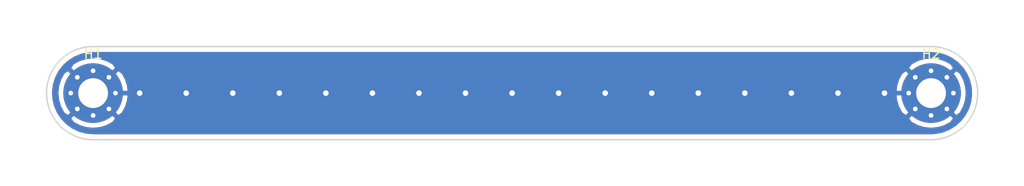
<source format=kicad_pcb>
(kicad_pcb (version 20171130) (host pcbnew "(5.1.6)-1")

  (general
    (thickness 1.6)
    (drawings 4)
    (tracks 35)
    (zones 0)
    (modules 2)
    (nets 2)
  )

  (page A4)
  (layers
    (0 F.Cu signal)
    (31 B.Cu signal)
    (32 B.Adhes user hide)
    (33 F.Adhes user hide)
    (34 B.Paste user hide)
    (35 F.Paste user hide)
    (36 B.SilkS user)
    (37 F.SilkS user)
    (38 B.Mask user)
    (39 F.Mask user)
    (40 Dwgs.User user)
    (41 Cmts.User user)
    (42 Eco1.User user)
    (43 Eco2.User user)
    (44 Edge.Cuts user)
    (45 Margin user hide)
    (46 B.CrtYd user hide)
    (47 F.CrtYd user hide)
    (48 B.Fab user hide)
    (49 F.Fab user hide)
  )

  (setup
    (last_trace_width 0.5)
    (trace_clearance 0.3)
    (zone_clearance 0.508)
    (zone_45_only no)
    (trace_min 0.2)
    (via_size 1)
    (via_drill 0.6)
    (via_min_size 0.4)
    (via_min_drill 0.3)
    (uvia_size 0.3)
    (uvia_drill 0.1)
    (uvias_allowed no)
    (uvia_min_size 0.2)
    (uvia_min_drill 0.1)
    (edge_width 0.05)
    (segment_width 0.2)
    (pcb_text_width 0.3)
    (pcb_text_size 1.5 1.5)
    (mod_edge_width 0.12)
    (mod_text_size 1 1)
    (mod_text_width 0.15)
    (pad_size 8.5 8.5)
    (pad_drill 4.3)
    (pad_to_mask_clearance 0.05)
    (aux_axis_origin 0 0)
    (visible_elements 7FFFFF7F)
    (pcbplotparams
      (layerselection 0x310fc_ffffffff)
      (usegerberextensions false)
      (usegerberattributes true)
      (usegerberadvancedattributes true)
      (creategerberjobfile false)
      (excludeedgelayer false)
      (linewidth 0.100000)
      (plotframeref false)
      (viasonmask false)
      (mode 1)
      (useauxorigin true)
      (hpglpennumber 1)
      (hpglpenspeed 20)
      (hpglpendiameter 15.000000)
      (psnegative false)
      (psa4output false)
      (plotreference true)
      (plotvalue true)
      (plotinvisibletext false)
      (padsonsilk true)
      (subtractmaskfromsilk false)
      (outputformat 1)
      (mirror false)
      (drillshape 0)
      (scaleselection 1)
      (outputdirectory "gerbers/"))
  )

  (net 0 "")
  (net 1 GND)

  (net_class Default "This is the default net class."
    (clearance 0.3)
    (trace_width 0.5)
    (via_dia 1)
    (via_drill 0.6)
    (uvia_dia 0.3)
    (uvia_drill 0.1)
    (add_net GND)
  )

  (module MountingHole:MountingHole_3.2mm_M3_Pad_Via (layer F.Cu) (tedit 56DDBCCA) (tstamp 5FCD6E3F)
    (at 105 60)
    (descr "Mounting Hole 3.2mm, M3")
    (tags "mounting hole 3.2mm m3")
    (path /5FCC1D68)
    (attr virtual)
    (fp_text reference H1 (at 0 -4.2) (layer F.SilkS)
      (effects (font (size 1 1) (thickness 0.15)))
    )
    (fp_text value MountingHole_Pad (at 0 4.2) (layer F.Fab)
      (effects (font (size 1 1) (thickness 0.15)))
    )
    (fp_circle (center 0 0) (end 3.45 0) (layer F.CrtYd) (width 0.05))
    (fp_circle (center 0 0) (end 3.2 0) (layer Cmts.User) (width 0.15))
    (fp_text user %R (at 0.3 0) (layer F.Fab)
      (effects (font (size 1 1) (thickness 0.15)))
    )
    (pad 1 thru_hole circle (at 0 0) (size 6.4 6.4) (drill 3.2) (layers *.Cu *.Mask)
      (net 1 GND))
    (pad 1 thru_hole circle (at 2.4 0) (size 0.8 0.8) (drill 0.5) (layers *.Cu *.Mask)
      (net 1 GND))
    (pad 1 thru_hole circle (at 1.697056 1.697056) (size 0.8 0.8) (drill 0.5) (layers *.Cu *.Mask)
      (net 1 GND))
    (pad 1 thru_hole circle (at 0 2.4) (size 0.8 0.8) (drill 0.5) (layers *.Cu *.Mask)
      (net 1 GND))
    (pad 1 thru_hole circle (at -1.697056 1.697056) (size 0.8 0.8) (drill 0.5) (layers *.Cu *.Mask)
      (net 1 GND))
    (pad 1 thru_hole circle (at -2.4 0) (size 0.8 0.8) (drill 0.5) (layers *.Cu *.Mask)
      (net 1 GND))
    (pad 1 thru_hole circle (at -1.697056 -1.697056) (size 0.8 0.8) (drill 0.5) (layers *.Cu *.Mask)
      (net 1 GND))
    (pad 1 thru_hole circle (at 0 -2.4) (size 0.8 0.8) (drill 0.5) (layers *.Cu *.Mask)
      (net 1 GND))
    (pad 1 thru_hole circle (at 1.697056 -1.697056) (size 0.8 0.8) (drill 0.5) (layers *.Cu *.Mask)
      (net 1 GND))
  )

  (module MountingHole:MountingHole_3.2mm_M3_Pad_Via (layer F.Cu) (tedit 56DDBCCA) (tstamp 5FCD6E4F)
    (at 195 60)
    (descr "Mounting Hole 3.2mm, M3")
    (tags "mounting hole 3.2mm m3")
    (path /5FCD7741)
    (attr virtual)
    (fp_text reference H2 (at 0 -4.2) (layer F.SilkS)
      (effects (font (size 1 1) (thickness 0.15)))
    )
    (fp_text value MountingHole_Pad (at 0 4.2) (layer F.Fab)
      (effects (font (size 1 1) (thickness 0.15)))
    )
    (fp_circle (center 0 0) (end 3.45 0) (layer F.CrtYd) (width 0.05))
    (fp_circle (center 0 0) (end 3.2 0) (layer Cmts.User) (width 0.15))
    (fp_text user %R (at 0.3 0) (layer F.Fab)
      (effects (font (size 1 1) (thickness 0.15)))
    )
    (pad 1 thru_hole circle (at 0 0) (size 6.4 6.4) (drill 3.2) (layers *.Cu *.Mask)
      (net 1 GND))
    (pad 1 thru_hole circle (at 2.4 0) (size 0.8 0.8) (drill 0.5) (layers *.Cu *.Mask)
      (net 1 GND))
    (pad 1 thru_hole circle (at 1.697056 1.697056) (size 0.8 0.8) (drill 0.5) (layers *.Cu *.Mask)
      (net 1 GND))
    (pad 1 thru_hole circle (at 0 2.4) (size 0.8 0.8) (drill 0.5) (layers *.Cu *.Mask)
      (net 1 GND))
    (pad 1 thru_hole circle (at -1.697056 1.697056) (size 0.8 0.8) (drill 0.5) (layers *.Cu *.Mask)
      (net 1 GND))
    (pad 1 thru_hole circle (at -2.4 0) (size 0.8 0.8) (drill 0.5) (layers *.Cu *.Mask)
      (net 1 GND))
    (pad 1 thru_hole circle (at -1.697056 -1.697056) (size 0.8 0.8) (drill 0.5) (layers *.Cu *.Mask)
      (net 1 GND))
    (pad 1 thru_hole circle (at 0 -2.4) (size 0.8 0.8) (drill 0.5) (layers *.Cu *.Mask)
      (net 1 GND))
    (pad 1 thru_hole circle (at 1.697056 -1.697056) (size 0.8 0.8) (drill 0.5) (layers *.Cu *.Mask)
      (net 1 GND))
  )

  (gr_arc (start 105 60) (end 105 55) (angle -180) (layer Edge.Cuts) (width 0.15))
  (gr_arc (start 195 60) (end 195 65) (angle -180) (layer Edge.Cuts) (width 0.15))
  (gr_line (start 105 55) (end 195 55) (layer Edge.Cuts) (width 0.15))
  (gr_line (start 105 65) (end 195 65) (layer Edge.Cuts) (width 0.15) (tstamp 5FA1ED95))

  (via (at 110 60) (size 1) (drill 0.6) (layers F.Cu B.Cu) (net 1) (tstamp 5F9F2545))
  (via (at 115 60) (size 1) (drill 0.6) (layers F.Cu B.Cu) (net 1) (tstamp 5F9F2548))
  (via (at 120 60) (size 1) (drill 0.6) (layers F.Cu B.Cu) (net 1) (tstamp 5F9F254A))
  (via (at 125 60) (size 1) (drill 0.6) (layers F.Cu B.Cu) (net 1) (tstamp 5F9F254C))
  (via (at 130 60) (size 1) (drill 0.6) (layers F.Cu B.Cu) (net 1) (tstamp 5F9F254E))
  (via (at 135 60) (size 1) (drill 0.6) (layers F.Cu B.Cu) (net 1) (tstamp 5F9F2550))
  (via (at 140 60) (size 1) (drill 0.6) (layers F.Cu B.Cu) (net 1) (tstamp 5F9F2552))
  (via (at 145 60) (size 1) (drill 0.6) (layers F.Cu B.Cu) (net 1) (tstamp 5F9F2554))
  (via (at 150 60) (size 1) (drill 0.6) (layers F.Cu B.Cu) (net 1) (tstamp 5F9F2556))
  (via (at 155 60) (size 1) (drill 0.6) (layers F.Cu B.Cu) (net 1) (tstamp 5F9F2558))
  (via (at 160 60) (size 1) (drill 0.6) (layers F.Cu B.Cu) (net 1) (tstamp 5F9F255A))
  (via (at 170 60) (size 1) (drill 0.6) (layers F.Cu B.Cu) (net 1) (tstamp 5F9F255E))
  (via (at 175 60) (size 1) (drill 0.6) (layers F.Cu B.Cu) (net 1) (tstamp 5F9F2560))
  (via (at 180 60) (size 1) (drill 0.6) (layers F.Cu B.Cu) (net 1) (tstamp 5F9F2562))
  (via (at 185 60) (size 1) (drill 0.6) (layers F.Cu B.Cu) (net 1) (tstamp 5F9F2564))
  (via (at 190 60) (size 1) (drill 0.6) (layers F.Cu B.Cu) (net 1) (tstamp 5F9F2566))
  (segment (start 181 60) (end 182 60) (width 0.5) (layer B.Cu) (net 1))
  (segment (start 175.25 60.25) (end 175 60) (width 0.5) (layer B.Cu) (net 1))
  (via (at 165 60) (size 1) (drill 0.6) (layers F.Cu B.Cu) (net 1) (tstamp 5FC9E6D2))
  (segment (start 127 60) (end 133 60) (width 0.5) (layer B.Cu) (net 1))
  (segment (start 117 60) (end 118 60) (width 0.5) (layer B.Cu) (net 1))
  (segment (start 118 60) (end 127 60) (width 0.5) (layer B.Cu) (net 1))
  (segment (start 105 60) (end 113 60) (width 0.5) (layer B.Cu) (net 1))
  (segment (start 113 60) (end 117 60) (width 0.5) (layer B.Cu) (net 1))
  (segment (start 147 60) (end 149 60) (width 0.5) (layer B.Cu) (net 1))
  (segment (start 149 60) (end 153 60) (width 0.5) (layer B.Cu) (net 1))
  (segment (start 167 60) (end 173 60) (width 0.5) (layer B.Cu) (net 1))
  (segment (start 182 60) (end 187 60) (width 0.5) (layer B.Cu) (net 1))
  (segment (start 187 60) (end 195 60) (width 0.5) (layer B.Cu) (net 1))
  (segment (start 133 60) (end 138 60) (width 0.5) (layer B.Cu) (net 1))
  (segment (start 138 60) (end 147 60) (width 0.5) (layer B.Cu) (net 1))
  (segment (start 153 60) (end 158 60) (width 0.5) (layer B.Cu) (net 1))
  (segment (start 158 60) (end 167 60) (width 0.5) (layer B.Cu) (net 1))
  (segment (start 173 60) (end 178 60) (width 0.5) (layer B.Cu) (net 1))
  (segment (start 178 60) (end 181 60) (width 0.5) (layer B.Cu) (net 1))

  (zone (net 1) (net_name GND) (layer F.Cu) (tstamp 5FCD1D92) (hatch edge 0.508)
    (connect_pads (clearance 0.508))
    (min_thickness 0.254)
    (fill yes (arc_segments 32) (thermal_gap 0.508) (thermal_bridge_width 0.508))
    (polygon
      (pts
        (xy 205 70) (xy 95 70) (xy 95 50) (xy 205 50)
      )
    )
    (filled_polygon
      (pts
        (xy 195.759192 55.780578) (xy 196.494389 55.981705) (xy 197.182351 56.309846) (xy 197.801331 56.754628) (xy 198.331761 57.301988)
        (xy 198.756884 57.934639) (xy 199.063251 58.632561) (xy 199.241187 59.373718) (xy 199.285062 60.134664) (xy 199.193492 60.891357)
        (xy 198.969372 61.619871) (xy 198.619784 62.297185) (xy 198.155778 62.901889) (xy 197.592024 63.414866) (xy 196.946337 63.819904)
        (xy 196.239129 64.104199) (xy 195.481765 64.261042) (xy 194.979543 64.29) (xy 105.031618 64.29) (xy 104.240807 64.219422)
        (xy 103.505611 64.018295) (xy 102.817645 63.690152) (xy 102.198672 63.245374) (xy 101.67102 62.700881) (xy 102.478724 62.700881)
        (xy 102.838912 63.190548) (xy 103.502882 63.550849) (xy 104.224385 63.774694) (xy 104.975695 63.85348) (xy 105.727938 63.784178)
        (xy 106.452208 63.569452) (xy 107.12067 63.217555) (xy 107.161088 63.190548) (xy 107.521276 62.700881) (xy 192.478724 62.700881)
        (xy 192.838912 63.190548) (xy 193.502882 63.550849) (xy 194.224385 63.774694) (xy 194.975695 63.85348) (xy 195.727938 63.784178)
        (xy 196.452208 63.569452) (xy 197.12067 63.217555) (xy 197.161088 63.190548) (xy 197.521276 62.700881) (xy 195 60.179605)
        (xy 192.478724 62.700881) (xy 107.521276 62.700881) (xy 105 60.179605) (xy 102.478724 62.700881) (xy 101.67102 62.700881)
        (xy 101.668239 62.698012) (xy 101.243117 62.065362) (xy 100.936749 61.367439) (xy 100.758813 60.626284) (xy 100.721302 59.975695)
        (xy 101.14652 59.975695) (xy 101.215822 60.727938) (xy 101.430548 61.452208) (xy 101.782445 62.12067) (xy 101.809452 62.161088)
        (xy 102.299119 62.521276) (xy 104.820395 60) (xy 105.179605 60) (xy 107.700881 62.521276) (xy 108.190548 62.161088)
        (xy 108.550849 61.497118) (xy 108.774694 60.775615) (xy 108.85348 60.024305) (xy 108.849002 59.975695) (xy 191.14652 59.975695)
        (xy 191.215822 60.727938) (xy 191.430548 61.452208) (xy 191.782445 62.12067) (xy 191.809452 62.161088) (xy 192.299119 62.521276)
        (xy 194.820395 60) (xy 195.179605 60) (xy 197.700881 62.521276) (xy 198.190548 62.161088) (xy 198.550849 61.497118)
        (xy 198.774694 60.775615) (xy 198.85348 60.024305) (xy 198.784178 59.272062) (xy 198.569452 58.547792) (xy 198.217555 57.87933)
        (xy 198.190548 57.838912) (xy 197.700881 57.478724) (xy 195.179605 60) (xy 194.820395 60) (xy 192.299119 57.478724)
        (xy 191.809452 57.838912) (xy 191.449151 58.502882) (xy 191.225306 59.224385) (xy 191.14652 59.975695) (xy 108.849002 59.975695)
        (xy 108.784178 59.272062) (xy 108.569452 58.547792) (xy 108.217555 57.87933) (xy 108.190548 57.838912) (xy 107.700881 57.478724)
        (xy 105.179605 60) (xy 104.820395 60) (xy 102.299119 57.478724) (xy 101.809452 57.838912) (xy 101.449151 58.502882)
        (xy 101.225306 59.224385) (xy 101.14652 59.975695) (xy 100.721302 59.975695) (xy 100.714938 59.865336) (xy 100.806508 59.108643)
        (xy 101.030629 58.380127) (xy 101.380214 57.702818) (xy 101.689983 57.299119) (xy 102.478724 57.299119) (xy 105 59.820395)
        (xy 107.521276 57.299119) (xy 192.478724 57.299119) (xy 195 59.820395) (xy 197.521276 57.299119) (xy 197.161088 56.809452)
        (xy 196.497118 56.449151) (xy 195.775615 56.225306) (xy 195.024305 56.14652) (xy 194.272062 56.215822) (xy 193.547792 56.430548)
        (xy 192.87933 56.782445) (xy 192.838912 56.809452) (xy 192.478724 57.299119) (xy 107.521276 57.299119) (xy 107.161088 56.809452)
        (xy 106.497118 56.449151) (xy 105.775615 56.225306) (xy 105.024305 56.14652) (xy 104.272062 56.215822) (xy 103.547792 56.430548)
        (xy 102.87933 56.782445) (xy 102.838912 56.809452) (xy 102.478724 57.299119) (xy 101.689983 57.299119) (xy 101.844223 57.098111)
        (xy 102.407974 56.585136) (xy 103.053663 56.180096) (xy 103.76087 55.895801) (xy 104.518235 55.738958) (xy 105.020458 55.71)
        (xy 194.968382 55.71)
      )
    )
  )
  (zone (net 1) (net_name GND) (layer B.Cu) (tstamp 5FCD1D8F) (hatch edge 0.508)
    (connect_pads (clearance 0.508))
    (min_thickness 0.254)
    (fill yes (arc_segments 32) (thermal_gap 0.508) (thermal_bridge_width 0.508))
    (polygon
      (pts
        (xy 205 70) (xy 95 70) (xy 95 50) (xy 205 50)
      )
    )
    (filled_polygon
      (pts
        (xy 195.759192 55.780578) (xy 196.494389 55.981705) (xy 197.182351 56.309846) (xy 197.801331 56.754628) (xy 198.331761 57.301988)
        (xy 198.756884 57.934639) (xy 199.063251 58.632561) (xy 199.241187 59.373718) (xy 199.285062 60.134664) (xy 199.193492 60.891357)
        (xy 198.969372 61.619871) (xy 198.619784 62.297185) (xy 198.155778 62.901889) (xy 197.592024 63.414866) (xy 196.946337 63.819904)
        (xy 196.239129 64.104199) (xy 195.481765 64.261042) (xy 194.979543 64.29) (xy 105.031618 64.29) (xy 104.240807 64.219422)
        (xy 103.505611 64.018295) (xy 102.817645 63.690152) (xy 102.198672 63.245374) (xy 101.67102 62.700881) (xy 102.478724 62.700881)
        (xy 102.838912 63.190548) (xy 103.502882 63.550849) (xy 104.224385 63.774694) (xy 104.975695 63.85348) (xy 105.727938 63.784178)
        (xy 106.452208 63.569452) (xy 107.12067 63.217555) (xy 107.161088 63.190548) (xy 107.521276 62.700881) (xy 192.478724 62.700881)
        (xy 192.838912 63.190548) (xy 193.502882 63.550849) (xy 194.224385 63.774694) (xy 194.975695 63.85348) (xy 195.727938 63.784178)
        (xy 196.452208 63.569452) (xy 197.12067 63.217555) (xy 197.161088 63.190548) (xy 197.521276 62.700881) (xy 195 60.179605)
        (xy 192.478724 62.700881) (xy 107.521276 62.700881) (xy 105 60.179605) (xy 102.478724 62.700881) (xy 101.67102 62.700881)
        (xy 101.668239 62.698012) (xy 101.243117 62.065362) (xy 100.936749 61.367439) (xy 100.758813 60.626284) (xy 100.721302 59.975695)
        (xy 101.14652 59.975695) (xy 101.215822 60.727938) (xy 101.430548 61.452208) (xy 101.782445 62.12067) (xy 101.809452 62.161088)
        (xy 102.299119 62.521276) (xy 104.820395 60) (xy 105.179605 60) (xy 107.700881 62.521276) (xy 108.190548 62.161088)
        (xy 108.550849 61.497118) (xy 108.774694 60.775615) (xy 108.85348 60.024305) (xy 108.849002 59.975695) (xy 191.14652 59.975695)
        (xy 191.215822 60.727938) (xy 191.430548 61.452208) (xy 191.782445 62.12067) (xy 191.809452 62.161088) (xy 192.299119 62.521276)
        (xy 194.820395 60) (xy 195.179605 60) (xy 197.700881 62.521276) (xy 198.190548 62.161088) (xy 198.550849 61.497118)
        (xy 198.774694 60.775615) (xy 198.85348 60.024305) (xy 198.784178 59.272062) (xy 198.569452 58.547792) (xy 198.217555 57.87933)
        (xy 198.190548 57.838912) (xy 197.700881 57.478724) (xy 195.179605 60) (xy 194.820395 60) (xy 192.299119 57.478724)
        (xy 191.809452 57.838912) (xy 191.449151 58.502882) (xy 191.225306 59.224385) (xy 191.14652 59.975695) (xy 108.849002 59.975695)
        (xy 108.784178 59.272062) (xy 108.569452 58.547792) (xy 108.217555 57.87933) (xy 108.190548 57.838912) (xy 107.700881 57.478724)
        (xy 105.179605 60) (xy 104.820395 60) (xy 102.299119 57.478724) (xy 101.809452 57.838912) (xy 101.449151 58.502882)
        (xy 101.225306 59.224385) (xy 101.14652 59.975695) (xy 100.721302 59.975695) (xy 100.714938 59.865336) (xy 100.806508 59.108643)
        (xy 101.030629 58.380127) (xy 101.380214 57.702818) (xy 101.689983 57.299119) (xy 102.478724 57.299119) (xy 105 59.820395)
        (xy 107.521276 57.299119) (xy 192.478724 57.299119) (xy 195 59.820395) (xy 197.521276 57.299119) (xy 197.161088 56.809452)
        (xy 196.497118 56.449151) (xy 195.775615 56.225306) (xy 195.024305 56.14652) (xy 194.272062 56.215822) (xy 193.547792 56.430548)
        (xy 192.87933 56.782445) (xy 192.838912 56.809452) (xy 192.478724 57.299119) (xy 107.521276 57.299119) (xy 107.161088 56.809452)
        (xy 106.497118 56.449151) (xy 105.775615 56.225306) (xy 105.024305 56.14652) (xy 104.272062 56.215822) (xy 103.547792 56.430548)
        (xy 102.87933 56.782445) (xy 102.838912 56.809452) (xy 102.478724 57.299119) (xy 101.689983 57.299119) (xy 101.844223 57.098111)
        (xy 102.407974 56.585136) (xy 103.053663 56.180096) (xy 103.76087 55.895801) (xy 104.518235 55.738958) (xy 105.020458 55.71)
        (xy 194.968382 55.71)
      )
    )
  )
)

</source>
